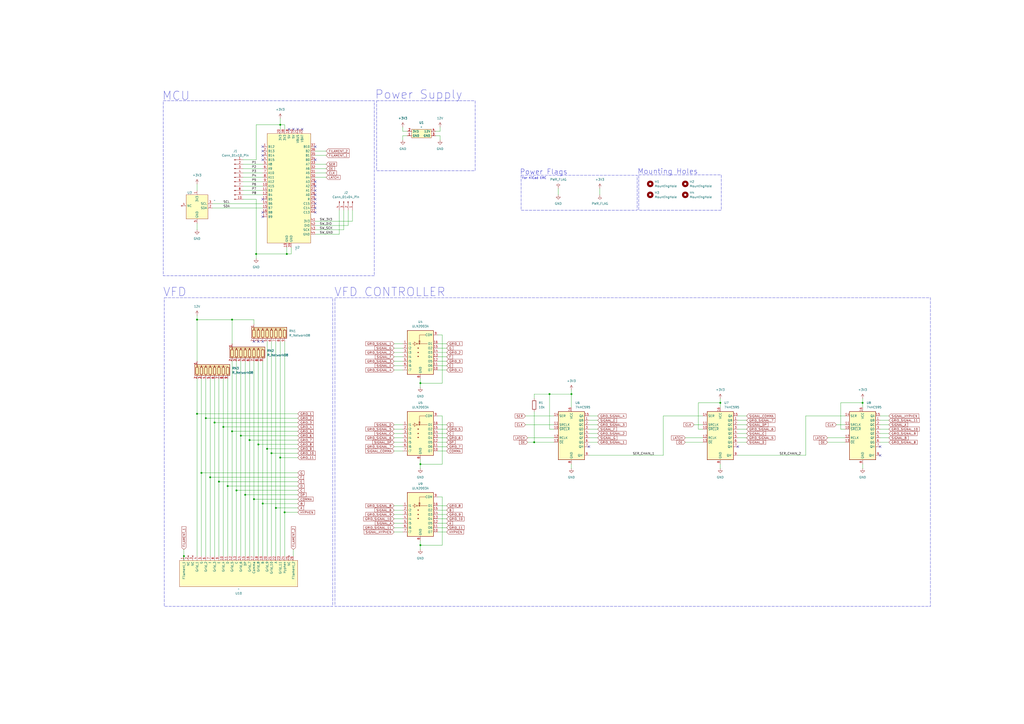
<source format=kicad_sch>
(kicad_sch (version 20231120) (generator "eeschema") (generator_version "8.0")
  (paper "A2")
  (title_block (title "Baldr Schematic") (date "2024-06-18") (rev "0.1.0"))
  (lib_symbols
    (symbol "74xx:74HC595"
      (property "Reference" "U" (at -7.62 13.97 0))
      (property "Value" "74HC595" (at -7.62 -16.51 0))
      (symbol "74HC595_1_0"
        (pin tri_state line (at 10.16 7.62 180) (length 2.54) (name "QB") (number "1"))
        (pin input line (at -10.16 2.54 0) (length 2.54) (name "~{SRCLR}") (number "10"))
        (pin input line (at -10.16 5.08 0) (length 2.54) (name "SRCLK") (number "11"))
        (pin input line (at -10.16 -2.54 0) (length 2.54) (name "RCLK") (number "12"))
        (pin input line (at -10.16 -5.08 0) (length 2.54) (name "~{OE}") (number "13"))
        (pin input line (at -10.16 10.16 0) (length 2.54) (name "SER") (number "14"))
        (pin tri_state line (at 10.16 10.16 180) (length 2.54) (name "QA") (number "15"))
        (pin power_in line (at 0 15.24 270) (length 2.54) (name "VCC") (number "16"))
        (pin tri_state line (at 10.16 5.08 180) (length 2.54) (name "QC") (number "2"))
        (pin tri_state line (at 10.16 2.54 180) (length 2.54) (name "QD") (number "3"))
        (pin tri_state line (at 10.16 0 180) (length 2.54) (name "QE") (number "4"))
        (pin tri_state line (at 10.16 -2.54 180) (length 2.54) (name "QF") (number "5"))
        (pin tri_state line (at 10.16 -5.08 180) (length 2.54) (name "QG") (number "6"))
        (pin tri_state line (at 10.16 -7.62 180) (length 2.54) (name "QH") (number "7"))
        (pin power_in line (at 0 -17.78 90) (length 2.54) (name "GND") (number "8"))
        (pin output line (at 10.16 -12.7 180) (length 2.54) (name "QH'") (number "9"))
      )
    )
    (symbol "Connector:Conn_01x04_Pin" (pin_names (offset 1.016) hide)
      (property "Reference" "J" (at 0 5.08 0))
      (property "Value" "Conn_01x04_Pin" (at 0 -7.62 0))
      (symbol "Conn_01x04_Pin_1_1"
        (pin passive line (at 5.08 2.54 180) (length 3.81) (name "Pin_1") (number "1"))
        (pin passive line (at 5.08 0 180) (length 3.81) (name "Pin_2") (number "2"))
        (pin passive line (at 5.08 -2.54 180) (length 3.81) (name "Pin_3") (number "3"))
        (pin passive line (at 5.08 -5.08 180) (length 3.81) (name "Pin_4") (number "4"))
      )
    )
    (symbol "Connector:Conn_01x10_Pin" (pin_names (offset 1.016) hide)
      (property "Reference" "J" (at 0 12.7 0))
      (property "Value" "Conn_01x10_Pin" (at 0 -15.24 0))
      (symbol "Conn_01x10_Pin_1_1"
        (pin passive line (at 5.08 10.16 180) (length 3.81) (name "Pin_1") (number "1"))
        (pin passive line (at 5.08 -12.7 180) (length 3.81) (name "Pin_10") (number "10"))
        (pin passive line (at 5.08 7.62 180) (length 3.81) (name "Pin_2") (number "2"))
        (pin passive line (at 5.08 5.08 180) (length 3.81) (name "Pin_3") (number "3"))
        (pin passive line (at 5.08 2.54 180) (length 3.81) (name "Pin_4") (number "4"))
        (pin passive line (at 5.08 0 180) (length 3.81) (name "Pin_5") (number "5"))
        (pin passive line (at 5.08 -2.54 180) (length 3.81) (name "Pin_6") (number "6"))
        (pin passive line (at 5.08 -5.08 180) (length 3.81) (name "Pin_7") (number "7"))
        (pin passive line (at 5.08 -7.62 180) (length 3.81) (name "Pin_8") (number "8"))
        (pin passive line (at 5.08 -10.16 180) (length 3.81) (name "Pin_9") (number "9"))
      )
    )
    (symbol "Custom:12V" (power) (pin_numbers hide) (pin_names (offset 0) hide)
      (property "Value" "12V" (at 0 3.556 0))
      (symbol "12V_1_1"
        (pin power_in line (at 0 0 90) (length 0) (name "~") (number "1"))
      )
    )
    (symbol "Custom:DC_step_up"
      (property "Reference" "U" (at 5.588 1.27 0))
      (symbol "DC_step_up_1_1"
        (pin passive line (at -2.54 -3.81 0) (length 2.54) (name "GND") (number "1"))
        (pin power_in line (at -2.54 -1.27 0) (length 2.54) (name "3V3") (number "2"))
        (pin passive line (at 13.97 -3.81 180) (length 2.54) (name "GND") (number "3"))
        (pin power_out line (at 13.97 -1.27 180) (length 2.54) (name "12V") (number "4"))
      )
    )
    (symbol "Custom:RTC"
      (property "Reference" "U" (at 1.016 1.27 0))
      (symbol "RTC_1_1"
        (pin power_in line (at 6.35 2.54 270) (length 2.54) (name "3V3") (number "1"))
        (pin bidirectional line (at 15.24 -7.62 180) (length 2.54) (name "SDA") (number "2"))
        (pin input line (at 15.24 -5.08 180) (length 2.54) (name "SCL") (number "3"))
        (pin no_connect line (at -2.54 -6.35 0) (length 2.54) (name "NC") (number "4"))
        (pin power_in line (at 6.35 -16.51 90) (length 2.54) (name "GND") (number "5"))
      )
    )
    (symbol "Custom:STM32F411_blackpill"
      (property "Reference" "U" (at -6.858 29.21 0))
      (symbol "STM32F411_blackpill_1_1"
        (pin bidirectional line (at -10.16 20.32 0) (length 2.54) (name "B12") (number "1"))
        (pin bidirectional line (at -10.16 -2.54 0) (length 2.54) (name "A15") (number "10"))
        (pin bidirectional line (at -10.16 -5.08 0) (length 2.54) (name "B3") (number "11"))
        (pin bidirectional line (at -10.16 -7.62 0) (length 2.54) (name "B4") (number "12"))
        (pin bidirectional line (at -10.16 -10.16 0) (length 2.54) (name "B5") (number "13"))
        (pin bidirectional line (at -10.16 -12.7 0) (length 2.54) (name "B6") (number "14"))
        (pin bidirectional line (at -10.16 -15.24 0) (length 2.54) (name "B7") (number "15"))
        (pin bidirectional line (at -10.16 -17.78 0) (length 2.54) (name "B8") (number "16"))
        (pin bidirectional line (at -10.16 -20.32 0) (length 2.54) (name "B9") (number "17"))
        (pin power_in line (at 5.08 30.48 270) (length 2.54) (name "5V") (number "18"))
        (pin power_in line (at 3.81 -38.1 90) (length 2.54) (name "GND") (number "19"))
        (pin bidirectional line (at -10.16 17.78 0) (length 2.54) (name "B13") (number "2"))
        (pin power_in line (at 0 30.48 270) (length 2.54) (name "3V3") (number "20"))
        (pin power_in line (at 12.7 30.48 270) (length 2.54) (name "VBAT") (number "20"))
        (pin power_in line (at 10.16 30.48 270) (length 2.54) (name "VBUS") (number "21"))
        (pin bidirectional line (at 20.32 -17.78 180) (length 2.54) (name "C13") (number "22"))
        (pin bidirectional line (at 20.32 -15.24 180) (length 2.54) (name "C14") (number "23"))
        (pin bidirectional line (at 20.32 -12.7 180) (length 2.54) (name "C15") (number "24"))
        (pin bidirectional line (at 20.32 -10.16 180) (length 2.54) (name "R") (number "25"))
        (pin bidirectional line (at 20.32 -7.62 180) (length 2.54) (name "A0") (number "26"))
        (pin bidirectional line (at 20.32 -5.08 180) (length 2.54) (name "A1") (number "27"))
        (pin bidirectional line (at 20.32 -2.54 180) (length 2.54) (name "A2") (number "28"))
        (pin bidirectional line (at 20.32 0 180) (length 2.54) (name "A3") (number "29"))
        (pin bidirectional line (at -10.16 15.24 0) (length 2.54) (name "B14") (number "3"))
        (pin bidirectional line (at 20.32 2.54 180) (length 2.54) (name "A4") (number "30"))
        (pin bidirectional line (at 20.32 5.08 180) (length 2.54) (name "A5") (number "31"))
        (pin bidirectional line (at 20.32 7.62 180) (length 2.54) (name "A6") (number "32"))
        (pin bidirectional line (at 20.32 10.16 180) (length 2.54) (name "A7") (number "33"))
        (pin bidirectional line (at 20.32 12.7 180) (length 2.54) (name "B0") (number "34"))
        (pin bidirectional line (at 20.32 15.24 180) (length 2.54) (name "B1") (number "35"))
        (pin bidirectional line (at 20.32 17.78 180) (length 2.54) (name "B2") (number "36"))
        (pin bidirectional line (at 20.32 20.32 180) (length 2.54) (name "B10") (number "37"))
        (pin power_in line (at 2.54 30.48 270) (length 2.54) (name "3V3") (number "38"))
        (pin power_in line (at 6.35 -38.1 90) (length 2.54) (name "GND") (number "39"))
        (pin bidirectional line (at -10.16 12.7 0) (length 2.54) (name "B15") (number "4"))
        (pin power_in line (at 7.62 30.48 270) (length 2.54) (name "5V") (number "40"))
        (pin power_in line (at 20.32 -22.86 180) (length 2.54) (name "3V3") (number "41"))
        (pin input line (at 20.32 -25.4 180) (length 2.54) (name "DIO") (number "42"))
        (pin input line (at 20.32 -27.94 180) (length 2.54) (name "SCK") (number "43"))
        (pin power_in line (at 20.32 -30.48 180) (length 2.54) (name "GND") (number "44"))
        (pin bidirectional line (at -10.16 10.16 0) (length 2.54) (name "A8") (number "5"))
        (pin bidirectional line (at -10.16 7.62 0) (length 2.54) (name "A9") (number "6"))
        (pin bidirectional line (at -10.16 5.08 0) (length 2.54) (name "A10") (number "7"))
        (pin bidirectional line (at -10.16 2.54 0) (length 2.54) (name "A11") (number "8"))
        (pin bidirectional line (at -10.16 0 0) (length 2.54) (name "A12") (number "9"))
      )
    )
    (symbol "Custom:ZD1880"
      (property "Reference" "U" (at -34.798 8.636 0))
      (symbol "ZD1880_1_1"
        (pin bidirectional line (at -33.02 -10.16 90) (length 2.54) (name "Filament_1") (number "1"))
        (pin passive line (at -10.16 -10.16 90) (length 2.54) (name "Grid_4") (number "10"))
        (pin passive line (at -7.62 -10.16 90) (length 2.54) (name "D") (number "11"))
        (pin passive line (at -5.08 -10.16 90) (length 2.54) (name "Grid_5") (number "12"))
        (pin passive line (at -2.54 -10.16 90) (length 2.54) (name "C") (number "13"))
        (pin passive line (at 0 -10.16 90) (length 2.54) (name "Grid_6") (number "14"))
        (pin passive line (at 2.54 -10.16 90) (length 2.54) (name "DP") (number "15"))
        (pin passive line (at 5.08 -10.16 90) (length 2.54) (name "Grid_7") (number "16"))
        (pin passive line (at 7.62 -10.16 90) (length 2.54) (name "Comma") (number "17"))
        (pin passive line (at 10.16 -10.16 90) (length 2.54) (name "Grid_8") (number "18"))
        (pin passive line (at 12.7 -10.16 90) (length 2.54) (name "B") (number "19"))
        (pin no_connect line (at -30.48 -10.16 90) (length 2.54) (name "NC") (number "2"))
        (pin passive line (at 15.24 -10.16 90) (length 2.54) (name "Grid_9") (number "20"))
        (pin passive line (at 17.78 -10.16 90) (length 2.54) (name "Grid_10") (number "21"))
        (pin passive line (at 20.32 -10.16 90) (length 2.54) (name "A") (number "22"))
        (pin passive line (at 22.86 -10.16 90) (length 2.54) (name "Grid_11") (number "23"))
        (pin passive line (at 25.4 -10.16 90) (length 2.54) (name "Hyphen") (number "24"))
        (pin no_connect line (at 27.94 -10.16 90) (length 2.54) (name "NC") (number "25"))
        (pin bidirectional line (at 30.48 -10.16 90) (length 2.54) (name "Filament_2") (number "26"))
        (pin no_connect line (at -27.94 -10.16 90) (length 2.54) (name "NC") (number "3"))
        (pin passive line (at -25.4 -10.16 90) (length 2.54) (name "Grid_1") (number "4"))
        (pin passive line (at -22.86 -10.16 90) (length 2.54) (name "G") (number "5"))
        (pin passive line (at -20.32 -10.16 90) (length 2.54) (name "Grid_2") (number "6"))
        (pin passive line (at -17.78 -10.16 90) (length 2.54) (name "F") (number "7"))
        (pin passive line (at -15.24 -10.16 90) (length 2.54) (name "Grid_3") (number "8"))
        (pin passive line (at -12.7 -10.16 90) (length 2.54) (name "E") (number "9"))
      )
    )
    (symbol "Device:R" (pin_numbers hide) (pin_names (offset 0))
      (property "Reference" "R" (at 2.032 0 90))
      (property "Value" "R" (at 0 0 90))
      (symbol "R_1_1"
        (pin passive line (at 0 3.81 270) (length 1.27) (name "~") (number "1"))
        (pin passive line (at 0 -3.81 90) (length 1.27) (name "~") (number "2"))
      )
    )
    (symbol "Device:R_Network08" (pin_names (offset 0) hide)
      (property "Reference" "RN" (at -12.7 0 90))
      (property "Value" "R_Network08" (at 10.16 0 90))
      (symbol "R_Network08_1_1"
        (pin passive line (at -10.16 5.08 270) (length 2.54) (name "common") (number "1"))
        (pin passive line (at -10.16 -5.08 90) (length 1.27) (name "R1") (number "2"))
        (pin passive line (at -7.62 -5.08 90) (length 1.27) (name "R2") (number "3"))
        (pin passive line (at -5.08 -5.08 90) (length 1.27) (name "R3") (number "4"))
        (pin passive line (at -2.54 -5.08 90) (length 1.27) (name "R4") (number "5"))
        (pin passive line (at 0 -5.08 90) (length 1.27) (name "R5") (number "6"))
        (pin passive line (at 2.54 -5.08 90) (length 1.27) (name "R6") (number "7"))
        (pin passive line (at 5.08 -5.08 90) (length 1.27) (name "R7") (number "8"))
        (pin passive line (at 7.62 -5.08 90) (length 1.27) (name "R8") (number "9"))
      )
    )
    (symbol "Mechanical:MountingHole" (pin_names (offset 1.016)) (exclude_from_sim yes) (in_bom no)
      (property "Reference" "H" (at 0 5.08 0))
      (property "Value" "MountingHole" (at 0 3.175 0))
    )
    (symbol "Transistor_Array:ULN2003A"
      (property "Reference" "U" (at 0 15.875 0))
      (property "Value" "ULN2003A" (at 0 13.97 0))
      (symbol "ULN2003A_1_1"
        (pin input line (at -10.16 5.08 0) (length 2.54) (name "I1") (number "1"))
        (pin open_collector line (at 10.16 -10.16 180) (length 2.54) (name "O7") (number "10"))
        (pin open_collector line (at 10.16 -7.62 180) (length 2.54) (name "O6") (number "11"))
        (pin open_collector line (at 10.16 -5.08 180) (length 2.54) (name "O5") (number "12"))
        (pin open_collector line (at 10.16 -2.54 180) (length 2.54) (name "O4") (number "13"))
        (pin open_collector line (at 10.16 0 180) (length 2.54) (name "O3") (number "14"))
        (pin open_collector line (at 10.16 2.54 180) (length 2.54) (name "O2") (number "15"))
        (pin open_collector line (at 10.16 5.08 180) (length 2.54) (name "O1") (number "16"))
        (pin input line (at -10.16 2.54 0) (length 2.54) (name "I2") (number "2"))
        (pin input line (at -10.16 0 0) (length 2.54) (name "I3") (number "3"))
        (pin input line (at -10.16 -2.54 0) (length 2.54) (name "I4") (number "4"))
        (pin input line (at -10.16 -5.08 0) (length 2.54) (name "I5") (number "5"))
        (pin input line (at -10.16 -7.62 0) (length 2.54) (name "I6") (number "6"))
        (pin input line (at -10.16 -10.16 0) (length 2.54) (name "I7") (number "7"))
        (pin power_in line (at 0 -15.24 90) (length 2.54) (name "GND") (number "8"))
        (pin passive line (at 10.16 10.16 180) (length 2.54) (name "COM") (number "9"))
      )
    )
    (symbol "power:+3V3" (power) (pin_numbers hide) (pin_names (offset 0) hide)
      (property "Value" "+3V3" (at 0 3.556 0))
      (symbol "+3V3_1_1"
        (pin power_in line (at 0 0 90) (length 0) (name "~") (number "1"))
      )
    )
    (symbol "power:GND" (power) (pin_numbers hide) (pin_names (offset 0) hide)
      (property "Value" "GND" (at 0 -3.81 0))
      (symbol "GND_1_1"
        (pin power_in line (at 0 0 270) (length 0) (name "~") (number "1"))
      )
    )
    (symbol "power:PWR_FLAG" (power) (pin_numbers hide) (pin_names (offset 0) hide)
      (property "Value" "PWR_FLAG" (at 0 3.81 0))
      (symbol "PWR_FLAG_0_0"
        (pin power_out line (at 0 0 90) (length 0) (name "~") (number "1"))
      )
    )
  )
  (junction (at 144.78 255.27))
  (junction (at 147.32 289.56))
  (junction (at 162.56 265.43))
  (junction (at 127 279.4))
  (junction (at 114.3 240.03))
  (junction (at 243.84 269.24))
  (junction (at 500.38 233.68))
  (junction (at 139.7 252.73))
  (junction (at 134.62 185.42))
  (junction (at 309.88 256.54))
  (junction (at 162.56 72.39))
  (junction (at 154.94 260.35))
  (junction (at 137.16 284.48))
  (junction (at 134.62 250.19))
  (junction (at 148.59 147.32))
  (junction (at 152.4 292.1))
  (junction (at 116.84 274.32))
  (junction (at 106.68 322.58))
  (junction (at 331.47 228.6))
  (junction (at 243.84 316.23))
  (junction (at 243.84 222.25))
  (junction (at 119.38 242.57))
  (junction (at 121.92 276.86))
  (junction (at 149.86 257.81))
  (junction (at 318.77 228.6))
  (junction (at 142.24 287.02))
  (junction (at 157.48 262.89))
  (junction (at 132.08 281.94))
  (junction (at 417.83 233.68))
  (junction (at 166.37 147.32))
  (junction (at 114.3 185.42))
  (junction (at 129.54 247.65))
  (junction (at 160.02 294.64))
  (junction (at 165.1 297.18))
  (junction (at 124.46 245.11))
  (no_connect (at 152.4 115.57))
  (no_connect (at 152.4 90.17))
  (no_connect (at 152.4 198.12))
  (no_connect (at 172.72 74.93))
  (no_connect (at 182.88 110.49))
  (no_connect (at 182.88 105.41))
  (no_connect (at 427.99 259.08))
  (no_connect (at 182.88 120.65))
  (no_connect (at 182.88 92.71))
  (no_connect (at 182.88 107.95))
  (no_connect (at 170.18 74.93))
  (no_connect (at 182.88 118.11))
  (no_connect (at 167.64 74.93))
  (no_connect (at 147.32 198.12))
  (no_connect (at 152.4 123.19))
  (no_connect (at 152.4 85.09))
  (no_connect (at 182.88 123.19))
  (no_connect (at 341.63 259.08))
  (no_connect (at 510.54 264.16))
  (no_connect (at 182.88 85.09))
  (no_connect (at 510.54 259.08))
  (no_connect (at 182.88 113.03))
  (no_connect (at 152.4 125.73))
  (no_connect (at 175.26 74.93))
  (no_connect (at 152.4 87.63))
  (no_connect (at 182.88 115.57))
  (no_connect (at 152.4 92.71))
  (no_connect (at 149.86 198.12))
  (wire (pts (xy 341.63 248.92) (xy 346.71 248.92)))
  (wire (pts (xy 140.97 113.03) (xy 152.4 113.03)))
  (wire (pts (xy 490.22 248.92) (xy 487.68 248.92)))
  (wire (pts (xy 162.56 265.43) (xy 162.56 322.58)))
  (wire (pts (xy 259.08 207.01) (xy 254 207.01)))
  (wire (pts (xy 114.3 129.54) (xy 114.3 133.35)))
  (wire (pts (xy 132.08 281.94) (xy 132.08 322.58)))
  (wire (pts (xy 147.32 209.55) (xy 147.32 289.56)))
  (wire (pts (xy 347.98 109.22) (xy 347.98 113.03)))
  (wire (pts (xy 427.99 248.92) (xy 433.07 248.92)))
  (wire (pts (xy 172.72 240.03) (xy 114.3 240.03)))
  (wire (pts (xy 116.84 219.71) (xy 116.84 274.32)))
  (wire (pts (xy 427.99 256.54) (xy 433.07 256.54)))
  (wire (pts (xy 427.99 241.3) (xy 433.07 241.3)))
  (wire (pts (xy 259.08 199.39) (xy 254 199.39)))
  (wire (pts (xy 321.31 248.92) (xy 318.77 248.92)))
  (wire (pts (xy 137.16 284.48) (xy 137.16 322.58)))
  (wire (pts (xy 407.67 248.92) (xy 405.13 248.92)))
  (wire (pts (xy 259.08 261.62) (xy 254 261.62)))
  (wire (pts (xy 121.92 276.86) (xy 121.92 322.58)))
  (wire (pts (xy 189.23 87.63) (xy 182.88 87.63)))
  (wire (pts (xy 134.62 185.42) (xy 114.3 185.42)))
  (wire (pts (xy 140.97 100.33) (xy 152.4 100.33)))
  (wire (pts (xy 114.3 219.71) (xy 114.3 240.03)))
  (wire (pts (xy 259.08 303.53) (xy 254 303.53)))
  (wire (pts (xy 243.84 316.23) (xy 243.84 313.69)))
  (wire (pts (xy 417.83 231.14) (xy 417.83 233.68)))
  (wire (pts (xy 233.68 204.47) (xy 228.6 204.47)))
  (wire (pts (xy 204.47 128.27) (xy 204.47 121.92)))
  (wire (pts (xy 134.62 185.42) (xy 134.62 199.39)))
  (wire (pts (xy 318.77 228.6) (xy 331.47 228.6)))
  (wire (pts (xy 243.84 222.25) (xy 243.84 219.71)))
  (wire (pts (xy 255.27 78.74) (xy 252.73 78.74)))
  (wire (pts (xy 114.3 185.42) (xy 114.3 209.55)))
  (wire (pts (xy 233.68 207.01) (xy 228.6 207.01)))
  (wire (pts (xy 259.08 298.45) (xy 254 298.45)))
  (wire (pts (xy 256.54 241.3) (xy 256.54 269.24)))
  (wire (pts (xy 199.39 133.35) (xy 199.39 121.92)))
  (wire (pts (xy 259.08 254) (xy 254 254)))
  (wire (pts (xy 259.08 293.37) (xy 254 293.37)))
  (wire (pts (xy 129.54 247.65) (xy 129.54 322.58)))
  (wire (pts (xy 487.68 248.92) (xy 487.68 233.68)))
  (wire (pts (xy 243.84 222.25) (xy 243.84 224.79)))
  (wire (pts (xy 510.54 243.84) (xy 515.62 243.84)))
  (wire (pts (xy 233.68 76.2) (xy 236.22 76.2)))
  (wire (pts (xy 140.97 97.79) (xy 152.4 97.79)))
  (wire (pts (xy 255.27 81.28) (xy 255.27 78.74)))
  (wire (pts (xy 116.84 274.32) (xy 116.84 322.58)))
  (wire (pts (xy 405.13 248.92) (xy 405.13 233.68)))
  (wire (pts (xy 259.08 248.92) (xy 254 248.92)))
  (wire (pts (xy 331.47 269.24) (xy 331.47 271.78)))
  (wire (pts (xy 331.47 228.6) (xy 331.47 236.22)))
  (wire (pts (xy 148.59 149.86) (xy 148.59 147.32)))
  (wire (pts (xy 106.68 318.77) (xy 106.68 322.58)))
  (wire (pts (xy 165.1 198.12) (xy 165.1 297.18)))
  (wire (pts (xy 480.06 256.54) (xy 490.22 256.54)))
  (wire (pts (xy 157.48 262.89) (xy 157.48 322.58)))
  (wire (pts (xy 417.83 233.68) (xy 417.83 236.22)))
  (wire (pts (xy 341.63 246.38) (xy 346.71 246.38)))
  (wire (pts (xy 166.37 143.51) (xy 166.37 147.32)))
  (wire (pts (xy 341.63 256.54) (xy 346.71 256.54)))
  (wire (pts (xy 309.88 256.54) (xy 321.31 256.54)))
  (wire (pts (xy 254 288.29) (xy 256.54 288.29)))
  (wire (pts (xy 162.56 72.39) (xy 162.56 74.93)))
  (wire (pts (xy 252.73 76.2) (xy 255.27 76.2)))
  (wire (pts (xy 121.92 219.71) (xy 121.92 276.86)))
  (wire (pts (xy 233.68 251.46) (xy 228.6 251.46)))
  (wire (pts (xy 160.02 294.64) (xy 160.02 322.58)))
  (wire (pts (xy 259.08 256.54) (xy 254 256.54)))
  (wire (pts (xy 259.08 300.99) (xy 254 300.99)))
  (wire (pts (xy 189.23 90.17) (xy 182.88 90.17)))
  (wire (pts (xy 172.72 245.11) (xy 124.46 245.11)))
  (wire (pts (xy 510.54 256.54) (xy 515.62 256.54)))
  (wire (pts (xy 243.84 316.23) (xy 243.84 318.77)))
  (wire (pts (xy 510.54 248.92) (xy 515.62 248.92)))
  (wire (pts (xy 341.63 241.3) (xy 346.71 241.3)))
  (wire (pts (xy 259.08 251.46) (xy 254 251.46)))
  (wire (pts (xy 306.07 256.54) (xy 309.88 256.54)))
  (wire (pts (xy 119.38 242.57) (xy 119.38 322.58)))
  (wire (pts (xy 255.27 76.2) (xy 255.27 73.66)))
  (wire (pts (xy 233.68 295.91) (xy 228.6 295.91)))
  (wire (pts (xy 233.68 209.55) (xy 228.6 209.55)))
  (wire (pts (xy 427.99 251.46) (xy 433.07 251.46)))
  (wire (pts (xy 172.72 257.81) (xy 149.86 257.81)))
  (wire (pts (xy 147.32 187.96) (xy 147.32 185.42)))
  (wire (pts (xy 427.99 254) (xy 433.07 254)))
  (wire (pts (xy 233.68 214.63) (xy 228.6 214.63)))
  (wire (pts (xy 306.07 254) (xy 321.31 254)))
  (wire (pts (xy 137.16 209.55) (xy 137.16 284.48)))
  (wire (pts (xy 129.54 219.71) (xy 129.54 247.65)))
  (wire (pts (xy 323.85 109.22) (xy 323.85 113.03)))
  (wire (pts (xy 157.48 262.89) (xy 172.72 262.89)))
  (wire (pts (xy 233.68 73.66) (xy 233.68 76.2)))
  (wire (pts (xy 318.77 228.6) (xy 318.77 248.92)))
  (wire (pts (xy 114.3 182.88) (xy 114.3 185.42)))
  (wire (pts (xy 166.37 147.32) (xy 168.91 147.32)))
  (wire (pts (xy 144.78 209.55) (xy 144.78 255.27)))
  (wire (pts (xy 256.54 194.31) (xy 256.54 222.25)))
  (wire (pts (xy 259.08 246.38) (xy 254 246.38)))
  (wire (pts (xy 114.3 106.68) (xy 114.3 110.49)))
  (wire (pts (xy 142.24 209.55) (xy 142.24 287.02)))
  (wire (pts (xy 114.3 240.03) (xy 114.3 322.58)))
  (wire (pts (xy 162.56 265.43) (xy 172.72 265.43)))
  (wire (pts (xy 259.08 214.63) (xy 254 214.63)))
  (wire (pts (xy 500.38 231.14) (xy 500.38 233.68)))
  (wire (pts (xy 160.02 294.64) (xy 172.72 294.64)))
  (wire (pts (xy 500.38 233.68) (xy 500.38 236.22)))
  (wire (pts (xy 172.72 274.32) (xy 116.84 274.32)))
  (wire (pts (xy 480.06 254) (xy 490.22 254)))
  (wire (pts (xy 236.22 78.74) (xy 233.68 78.74)))
  (wire (pts (xy 309.88 231.14) (xy 309.88 228.6)))
  (wire (pts (xy 124.46 245.11) (xy 124.46 322.58)))
  (wire (pts (xy 233.68 308.61) (xy 228.6 308.61)))
  (wire (pts (xy 233.68 201.93) (xy 228.6 201.93)))
  (wire (pts (xy 147.32 185.42) (xy 134.62 185.42)))
  (wire (pts (xy 140.97 115.57) (xy 148.59 115.57)))
  (wire (pts (xy 402.59 246.38) (xy 407.67 246.38)))
  (wire (pts (xy 259.08 306.07) (xy 254 306.07)))
  (wire (pts (xy 341.63 243.84) (xy 346.71 243.84)))
  (wire (pts (xy 152.4 209.55) (xy 152.4 292.1)))
  (wire (pts (xy 417.83 269.24) (xy 417.83 271.78)))
  (wire (pts (xy 140.97 110.49) (xy 152.4 110.49)))
  (wire (pts (xy 341.63 251.46) (xy 346.71 251.46)))
  (wire (pts (xy 500.38 269.24) (xy 500.38 271.78)))
  (wire (pts (xy 196.85 135.89) (xy 196.85 121.92)))
  (wire (pts (xy 134.62 250.19) (xy 134.62 322.58)))
  (wire (pts (xy 182.88 97.79) (xy 189.23 97.79)))
  (wire (pts (xy 259.08 209.55) (xy 254 209.55)))
  (wire (pts (xy 140.97 107.95) (xy 152.4 107.95)))
  (wire (pts (xy 341.63 264.16) (xy 384.81 264.16)))
  (wire (pts (xy 304.8 246.38) (xy 321.31 246.38)))
  (wire (pts (xy 172.72 255.27) (xy 144.78 255.27)))
  (wire (pts (xy 152.4 292.1) (xy 172.72 292.1)))
  (wire (pts (xy 259.08 204.47) (xy 254 204.47)))
  (wire (pts (xy 106.68 325.12) (xy 106.68 322.58)))
  (wire (pts (xy 119.38 242.57) (xy 172.72 242.57)))
  (wire (pts (xy 129.54 247.65) (xy 172.72 247.65)))
  (wire (pts (xy 160.02 198.12) (xy 160.02 294.64)))
  (wire (pts (xy 182.88 102.87) (xy 189.23 102.87)))
  (wire (pts (xy 304.8 241.3) (xy 321.31 241.3)))
  (wire (pts (xy 154.94 260.35) (xy 154.94 322.58)))
  (wire (pts (xy 182.88 100.33) (xy 189.23 100.33)))
  (wire (pts (xy 427.99 243.84) (xy 433.07 243.84)))
  (wire (pts (xy 233.68 298.45) (xy 228.6 298.45)))
  (wire (pts (xy 309.88 228.6) (xy 318.77 228.6)))
  (wire (pts (xy 256.54 222.25) (xy 243.84 222.25)))
  (wire (pts (xy 233.68 246.38) (xy 228.6 246.38)))
  (wire (pts (xy 397.51 254) (xy 407.67 254)))
  (wire (pts (xy 149.86 257.81) (xy 149.86 322.58)))
  (wire (pts (xy 165.1 72.39) (xy 162.56 72.39)))
  (wire (pts (xy 148.59 147.32) (xy 166.37 147.32)))
  (wire (pts (xy 157.48 198.12) (xy 157.48 262.89)))
  (wire (pts (xy 140.97 102.87) (xy 152.4 102.87)))
  (wire (pts (xy 119.38 219.71) (xy 119.38 242.57)))
  (wire (pts (xy 487.68 233.68) (xy 500.38 233.68)))
  (wire (pts (xy 233.68 212.09) (xy 228.6 212.09)))
  (wire (pts (xy 201.93 130.81) (xy 201.93 121.92)))
  (wire (pts (xy 142.24 287.02) (xy 142.24 322.58)))
  (wire (pts (xy 510.54 246.38) (xy 515.62 246.38)))
  (wire (pts (xy 309.88 238.76) (xy 309.88 256.54)))
  (wire (pts (xy 147.32 289.56) (xy 147.32 322.58)))
  (wire (pts (xy 134.62 209.55) (xy 134.62 250.19)))
  (wire (pts (xy 256.54 269.24) (xy 243.84 269.24)))
  (wire (pts (xy 149.86 209.55) (xy 149.86 257.81)))
  (wire (pts (xy 124.46 219.71) (xy 124.46 245.11)))
  (wire (pts (xy 233.68 78.74) (xy 233.68 81.28)))
  (wire (pts (xy 144.78 255.27) (xy 144.78 322.58)))
  (wire (pts (xy 254 241.3) (xy 256.54 241.3)))
  (wire (pts (xy 172.72 276.86) (xy 121.92 276.86)))
  (wire (pts (xy 172.72 252.73) (xy 139.7 252.73)))
  (wire (pts (xy 467.36 264.16) (xy 467.36 241.3)))
  (wire (pts (xy 233.68 300.99) (xy 228.6 300.99)))
  (wire (pts (xy 259.08 308.61) (xy 254 308.61)))
  (wire (pts (xy 243.84 269.24) (xy 243.84 266.7)))
  (wire (pts (xy 384.81 241.3) (xy 407.67 241.3)))
  (wire (pts (xy 148.59 115.57) (xy 148.59 147.32)))
  (wire (pts (xy 341.63 254) (xy 346.71 254)))
  (wire (pts (xy 123.19 118.11) (xy 152.4 118.11)))
  (wire (pts (xy 233.68 254) (xy 228.6 254)))
  (wire (pts (xy 510.54 241.3) (xy 515.62 241.3)))
  (wire (pts (xy 467.36 241.3) (xy 490.22 241.3)))
  (wire (pts (xy 182.88 128.27) (xy 204.47 128.27)))
  (wire (pts (xy 233.68 199.39) (xy 228.6 199.39)))
  (wire (pts (xy 259.08 259.08) (xy 254 259.08)))
  (wire (pts (xy 233.68 306.07) (xy 228.6 306.07)))
  (wire (pts (xy 154.94 260.35) (xy 172.72 260.35)))
  (wire (pts (xy 162.56 68.58) (xy 162.56 72.39)))
  (wire (pts (xy 233.68 261.62) (xy 228.6 261.62)))
  (wire (pts (xy 427.99 264.16) (xy 467.36 264.16)))
  (wire (pts (xy 170.18 322.58) (xy 170.18 318.77)))
  (wire (pts (xy 154.94 198.12) (xy 154.94 260.35)))
  (wire (pts (xy 510.54 251.46) (xy 515.62 251.46)))
  (wire (pts (xy 259.08 201.93) (xy 254 201.93)))
  (wire (pts (xy 405.13 233.68) (xy 417.83 233.68)))
  (wire (pts (xy 243.84 269.24) (xy 243.84 271.78)))
  (wire (pts (xy 123.19 120.65) (xy 152.4 120.65)))
  (wire (pts (xy 152.4 292.1) (xy 152.4 322.58)))
  (wire (pts (xy 331.47 226.06) (xy 331.47 228.6)))
  (wire (pts (xy 182.88 95.25) (xy 189.23 95.25)))
  (wire (pts (xy 165.1 297.18) (xy 172.72 297.18)))
  (wire (pts (xy 168.91 143.51) (xy 168.91 147.32)))
  (wire (pts (xy 256.54 288.29) (xy 256.54 316.23)))
  (wire (pts (xy 397.51 256.54) (xy 407.67 256.54)))
  (wire (pts (xy 132.08 281.94) (xy 172.72 281.94)))
  (wire (pts (xy 485.14 246.38) (xy 490.22 246.38)))
  (wire (pts (xy 172.72 289.56) (xy 147.32 289.56)))
  (wire (pts (xy 233.68 259.08) (xy 228.6 259.08)))
  (wire (pts (xy 182.88 135.89) (xy 196.85 135.89)))
  (wire (pts (xy 259.08 212.09) (xy 254 212.09)))
  (wire (pts (xy 140.97 95.25) (xy 152.4 95.25)))
  (wire (pts (xy 256.54 316.23) (xy 243.84 316.23)))
  (wire (pts (xy 384.81 264.16) (xy 384.81 241.3)))
  (wire (pts (xy 165.1 74.93) (xy 165.1 72.39)))
  (wire (pts (xy 148.59 92.71) (xy 148.59 72.39)))
  (wire (pts (xy 254 194.31) (xy 256.54 194.31)))
  (wire (pts (xy 182.88 130.81) (xy 201.93 130.81)))
  (wire (pts (xy 233.68 303.53) (xy 228.6 303.53)))
  (wire (pts (xy 259.08 295.91) (xy 254 295.91)))
  (wire (pts (xy 139.7 252.73) (xy 139.7 322.58)))
  (wire (pts (xy 182.88 133.35) (xy 199.39 133.35)))
  (wire (pts (xy 233.68 293.37) (xy 228.6 293.37)))
  (wire (pts (xy 140.97 105.41) (xy 152.4 105.41)))
  (wire (pts (xy 140.97 92.71) (xy 148.59 92.71)))
  (wire (pts (xy 139.7 209.55) (xy 139.7 252.73)))
  (wire (pts (xy 127 219.71) (xy 127 279.4)))
  (wire (pts (xy 142.24 287.02) (xy 172.72 287.02)))
  (wire (pts (xy 137.16 284.48) (xy 172.72 284.48)))
  (wire (pts (xy 233.68 248.92) (xy 228.6 248.92)))
  (wire (pts (xy 510.54 254) (xy 515.62 254)))
  (wire (pts (xy 132.08 219.71) (xy 132.08 281.94)))
  (wire (pts (xy 162.56 198.12) (xy 162.56 265.43)))
  (wire (pts (xy 427.99 246.38) (xy 433.07 246.38)))
  (wire (pts (xy 233.68 256.54) (xy 228.6 256.54)))
  (wire (pts (xy 172.72 250.19) (xy 134.62 250.19)))
  (wire (pts (xy 172.72 279.4) (xy 127 279.4)))
  (wire (pts (xy 127 279.4) (xy 127 322.58)))
  (wire (pts (xy 148.59 72.39) (xy 162.56 72.39)))
  (wire (pts (xy 165.1 297.18) (xy 165.1 322.58)))
  (rectangle (start 370.459 101.473) (end 418.465 121.92) (stroke (width 0) (type dash)))
  (rectangle (start 194.31 172.72) (end 539.75 351.79) (stroke (width 0) (type dash)))
  (rectangle (start 302.26 101.6) (end 369.57 121.92) (stroke (width 0) (type dash)))
  (rectangle (start 218.44 58.42) (end 275.59 99.06) (stroke (width 0) (type dash)))
  (rectangle (start 94.742 58.42) (end 217.17 160.02) (stroke (width 0) (type dash)))
  (rectangle (start 95.25 172.72) (end 193.04 351.79) (stroke (width 0) (type dash)))
  (text "For KiCad ERC" (at 309.88 103.378 0) (effects (font (size 1.27 1.27))))
  (text "VFD CONTROLLER" (at 193.802 172.466 0) (effects (font (size 5 5)) (justify left bottom)))
  (text "Mounting Holes" (at 369.824 101.346 0) (effects (font (size 3 3)) (justify left bottom)))
  (text "Power Flags" (at 301.498 101.6 0) (effects (font (size 3 3)) (justify left bottom)))
  (text "VFD" (at 94.488 172.466 0) (effects (font (size 5 5)) (justify left bottom)))
  (text "MCU" (at 93.98 58.674 0) (effects (font (size 5 5)) (justify left bottom)))
  (text "Power Supply" (at 217.424 57.912 0) (effects (font (size 5 5)) (justify left bottom)))
  (label "P3" (at 146.05 100.33 0))
  (label "SW_SCK" (at 185.42 133.35 0))
  (label "SDA" (at 129.54 120.65 0))
  (label "P7" (at 146.05 110.49 0))
  (label "SW_DIO" (at 185.42 130.81 0))
  (label "P5" (at 146.05 105.41 0))
  (label "SW_3V3" (at 185.42 128.27 0))
  (label "SCL" (at 129.54 118.11 0))
  (label "P8" (at 146.05 113.03 0))
  (label "P1" (at 146.05 95.25 0))
  (label "SW_GND" (at 185.42 135.89 0))
  (label "P2" (at 146.05 97.79 0))
  (label "SER_CHAIN_1" (at 367.03 264.16 0))
  (label "SER_CHAIN_2" (at 452.12 264.16 0))
  (label "P4" (at 146.05 102.87 0))
  (label "P6" (at 146.05 107.95 0))
  (global_label "SIGNAL_COMMA" (shape input) (at 228.6 261.62 180) (property "Intersheetrefs" "${INTERSHEET_REFS}" (effects (hide yes))))
  (global_label "GRID_9" (shape input) (at 172.72 260.35 0) (property "Intersheetrefs" "${INTERSHEET_REFS}" (effects (hide yes))))
  (global_label "GRID_SIGNAL_9" (shape input) (at 228.6 298.45 180) (property "Intersheetrefs" "${INTERSHEET_REFS}" (effects (hide yes))))
  (global_label "G" (shape input) (at 172.72 274.32 0) (property "Intersheetrefs" "${INTERSHEET_REFS}" (effects (hide yes))))
  (global_label "SIGNAL_A" (shape input) (at 515.62 246.38 0) (property "Intersheetrefs" "${INTERSHEET_REFS}" (effects (hide yes))))
  (global_label "D" (shape input) (at 259.08 246.38 0) (property "Intersheetrefs" "${INTERSHEET_REFS}" (effects (hide yes))))
  (global_label "E" (shape input) (at 172.72 279.4 0) (property "Intersheetrefs" "${INTERSHEET_REFS}" (effects (hide yes))))
  (global_label "C" (shape input) (at 259.08 251.46 0) (property "Intersheetrefs" "${INTERSHEET_REFS}" (effects (hide yes))))
  (global_label "SIGNAL_B" (shape input) (at 228.6 295.91 180) (property "Intersheetrefs" "${INTERSHEET_REFS}" (effects (hide yes))))
  (global_label "GRID_6" (shape input) (at 172.72 252.73 0) (property "Intersheetrefs" "${INTERSHEET_REFS}" (effects (hide yes))))
  (global_label "LATCH" (shape input) (at 480.06 254 180) (property "Intersheetrefs" "${INTERSHEET_REFS}" (effects (hide yes))))
  (global_label "LATCH" (shape input) (at 306.07 254 180) (property "Intersheetrefs" "${INTERSHEET_REFS}" (effects (hide yes))))
  (global_label "GRID_SIGNAL_5" (shape input) (at 228.6 248.92 180) (property "Intersheetrefs" "${INTERSHEET_REFS}" (effects (hide yes))))
  (global_label "SIGNAL_HYPHEN" (shape input) (at 515.62 241.3 0) (property "Intersheetrefs" "${INTERSHEET_REFS}" (effects (hide yes))))
  (global_label "GRID_3" (shape input) (at 259.08 209.55 0) (property "Intersheetrefs" "${INTERSHEET_REFS}" (effects (hide yes))))
  (global_label "GRID_SIGNAL_10" (shape input) (at 228.6 300.99 180) (property "Intersheetrefs" "${INTERSHEET_REFS}" (effects (hide yes))))
  (global_label "SIGNAL_E" (shape input) (at 346.71 243.84 0) (property "Intersheetrefs" "${INTERSHEET_REFS}" (effects (hide yes))))
  (global_label "GRID_SIGNAL_7" (shape input) (at 228.6 259.08 180) (property "Intersheetrefs" "${INTERSHEET_REFS}" (effects (hide yes))))
  (global_label "SIGNAL_DP" (shape input) (at 433.07 246.38 0) (property "Intersheetrefs" "${INTERSHEET_REFS}" (effects (hide yes))))
  (global_label "GRID_1" (shape input) (at 259.08 199.39 0) (property "Intersheetrefs" "${INTERSHEET_REFS}" (effects (hide yes))))
  (global_label "LATCH" (shape input) (at 397.51 254 180) (property "Intersheetrefs" "${INTERSHEET_REFS}" (effects (hide yes))))
  (global_label "GRID_SIGNAL_11" (shape input) (at 228.6 306.07 180) (property "Intersheetrefs" "${INTERSHEET_REFS}" (effects (hide yes))))
  (global_label "SIGNAL_C" (shape input) (at 228.6 251.46 180) (property "Intersheetrefs" "${INTERSHEET_REFS}" (effects (hide yes))))
  (global_label "SIGNAL_F" (shape input) (at 228.6 207.01 180) (property "Intersheetrefs" "${INTERSHEET_REFS}" (effects (hide yes))))
  (global_label "GRID_8" (shape input) (at 172.72 257.81 0) (property "Intersheetrefs" "${INTERSHEET_REFS}" (effects (hide yes))))
  (global_label "COMMA" (shape input) (at 172.72 289.56 0) (property "Intersheetrefs" "${INTERSHEET_REFS}" (effects (hide yes))))
  (global_label "SIGNAL_F" (shape input) (at 346.71 248.92 0) (property "Intersheetrefs" "${INTERSHEET_REFS}" (effects (hide yes))))
  (global_label "GRID_8" (shape input) (at 259.08 293.37 0) (property "Intersheetrefs" "${INTERSHEET_REFS}" (effects (hide yes))))
  (global_label "GRID_10" (shape input) (at 259.08 300.99 0) (property "Intersheetrefs" "${INTERSHEET_REFS}" (effects (hide yes))))
  (global_label "LATCH" (shape input) (at 189.23 102.87 0) (property "Intersheetrefs" "${INTERSHEET_REFS}" (effects (hide yes))))
  (global_label "OE" (shape input) (at 306.07 256.54 180) (property "Intersheetrefs" "${INTERSHEET_REFS}" (effects (hide yes))))
  (global_label "F" (shape input) (at 172.72 276.86 0) (property "Intersheetrefs" "${INTERSHEET_REFS}" (effects (hide yes))))
  (global_label "GRID_SIGNAL_6" (shape input) (at 228.6 254 180) (property "Intersheetrefs" "${INTERSHEET_REFS}" (effects (hide yes))))
  (global_label "A" (shape input) (at 259.08 303.53 0) (property "Intersheetrefs" "${INTERSHEET_REFS}" (effects (hide yes))))
  (global_label "SIGNAL_DP" (shape input) (at 228.6 256.54 180) (property "Intersheetrefs" "${INTERSHEET_REFS}" (effects (hide yes))))
  (global_label "GRID_SIGNAL_1" (shape input) (at 346.71 256.54 0) (property "Intersheetrefs" "${INTERSHEET_REFS}" (effects (hide yes))))
  (global_label "GRID_SIGNAL_8" (shape input) (at 515.62 256.54 0) (property "Intersheetrefs" "${INTERSHEET_REFS}" (effects (hide yes))))
  (global_label "GRID_11" (shape input) (at 259.08 306.07 0) (property "Intersheetrefs" "${INTERSHEET_REFS}" (effects (hide yes))))
  (global_label "SER" (shape input) (at 304.8 241.3 180) (property "Intersheetrefs" "${INTERSHEET_REFS}" (effects (hide yes))))
  (global_label "GRID_4" (shape input) (at 172.72 247.65 0) (property "Intersheetrefs" "${INTERSHEET_REFS}" (effects (hide yes))))
  (global_label "GRID_SIGNAL_4" (shape input) (at 228.6 214.63 180) (property "Intersheetrefs" "${INTERSHEET_REFS}" (effects (hide yes))))
  (global_label "FILAMENT_1" (shape input) (at 106.68 318.77 90) (property "Intersheetrefs" "${INTERSHEET_REFS}" (effects (hide yes))))
  (global_label "SIGNAL_E" (shape input) (at 228.6 212.09 180) (property "Intersheetrefs" "${INTERSHEET_REFS}" (effects (hide yes))))
  (global_label "SIGNAL_G" (shape input) (at 346.71 254 0) (property "Intersheetrefs" "${INTERSHEET_REFS}" (effects (hide yes))))
  (global_label "GRID_6" (shape input) (at 259.08 254 0) (property "Intersheetrefs" "${INTERSHEET_REFS}" (effects (hide yes))))
  (global_label "CLK" (shape input) (at 402.59 246.38 180) (property "Intersheetrefs" "${INTERSHEET_REFS}" (effects (hide yes))))
  (global_label "CLK" (shape input) (at 304.8 246.38 180) (property "Intersheetrefs" "${INTERSHEET_REFS}" (effects (hide yes))))
  (global_label "GRID_SIGNAL_2" (shape input) (at 228.6 204.47 180) (property "Intersheetrefs" "${INTERSHEET_REFS}" (effects (hide yes))))
  (global_label "CLK" (shape input) (at 189.23 100.33 0) (property "Intersheetrefs" "${INTERSHEET_REFS}" (effects (hide yes))))
  (global_label "DP" (shape input) (at 172.72 287.02 0) (property "Intersheetrefs" "${INTERSHEET_REFS}" (effects (hide yes))))
  (global_label "DP" (shape input) (at 259.08 256.54 0) (property "Intersheetrefs" "${INTERSHEET_REFS}" (effects (hide yes))))
  (global_label "HYPHEN" (shape input) (at 259.08 308.61 0) (property "Intersheetrefs" "${INTERSHEET_REFS}" (effects (hide yes))))
  (global_label "GRID_SIGNAL_1" (shape input) (at 228.6 199.39 180) (property "Intersheetrefs" "${INTERSHEET_REFS}" (effects (hide yes))))
  (global_label "SER" (shape input) (at 189.23 95.25 0) (property "Intersheetrefs" "${INTERSHEET_REFS}" (effects (hide yes))))
  (global_label "GRID_5" (shape input) (at 172.72 250.19 0) (property "Intersheetrefs" "${INTERSHEET_REFS}" (effects (hide yes))))
  (global_label "SIGNAL_D" (shape input) (at 228.6 246.38 180) (property "Intersheetrefs" "${INTERSHEET_REFS}" (effects (hide yes))))
  (global_label "GRID_10" (shape input) (at 172.72 262.89 0) (property "Intersheetrefs" "${INTERSHEET_REFS}" (effects (hide yes))))
  (global_label "OE" (shape input) (at 397.51 256.54 180) (property "Intersheetrefs" "${INTERSHEET_REFS}" (effects (hide yes))))
  (global_label "GRID_2" (shape input) (at 172.72 242.57 0) (property "Intersheetrefs" "${INTERSHEET_REFS}" (effects (hide yes))))
  (global_label "GRID_9" (shape input) (at 259.08 298.45 0) (property "Intersheetrefs" "${INTERSHEET_REFS}" (effects (hide yes))))
  (global_label "GRID_SIGNAL_3" (shape input) (at 228.6 209.55 180) (property "Intersheetrefs" "${INTERSHEET_REFS}" (effects (hide yes))))
  (global_label "GRID_SIGNAL_7" (shape input) (at 433.07 243.84 0) (property "Intersheetrefs" "${INTERSHEET_REFS}" (effects (hide yes))))
  (global_label "OE" (shape input) (at 480.06 256.54 180) (property "Intersheetrefs" "${INTERSHEET_REFS}" (effects (hide yes))))
  (global_label "D" (shape input) (at 172.72 281.94 0) (property "Intersheetrefs" "${INTERSHEET_REFS}" (effects (hide yes))))
  (global_label "GRID_SIGNAL_6" (shape input) (at 433.07 248.92 0) (property "Intersheetrefs" "${INTERSHEET_REFS}" (effects (hide yes))))
  (global_label "SIGNAL_C" (shape input) (at 433.07 251.46 0) (property "Intersheetrefs" "${INTERSHEET_REFS}" (effects (hide yes))))
  (global_label "G" (shape input) (at 259.08 201.93 0) (property "Intersheetrefs" "${INTERSHEET_REFS}" (effects (hide yes))))
  (global_label "GRID_SIGNAL_11" (shape input) (at 515.62 243.84 0) (property "Intersheetrefs" "${INTERSHEET_REFS}" (effects (hide yes))))
  (global_label "FILAMENT_1" (shape input) (at 189.23 90.17 0) (property "Intersheetrefs" "${INTERSHEET_REFS}" (effects (hide yes))))
  (global_label "SIGNAL_A" (shape input) (at 228.6 303.53 180) (property "Intersheetrefs" "${INTERSHEET_REFS}" (effects (hide yes))))
  (global_label "GRID_SIGNAL_8" (shape input) (at 228.6 293.37 180) (property "Intersheetrefs" "${INTERSHEET_REFS}" (effects (hide yes))))
  (global_label "GRID_7" (shape input) (at 259.08 259.08 0) (property "Intersheetrefs" "${INTERSHEET_REFS}" (effects (hide yes))))
  (global_label "B" (shape input) (at 259.08 295.91 0) (property "Intersheetrefs" "${INTERSHEET_REFS}" (effects (hide yes))))
  (global_label "GRID_7" (shape input) (at 172.72 255.27 0) (property "Intersheetrefs" "${INTERSHEET_REFS}" (effects (hide yes))))
  (global_label "GRID_SIGNAL_3" (shape input) (at 346.71 246.38 0) (property "Intersheetrefs" "${INTERSHEET_REFS}" (effects (hide yes))))
  (global_label "SIGNAL_B" (shape input) (at 515.62 254 0) (property "Intersheetrefs" "${INTERSHEET_REFS}" (effects (hide yes))))
  (global_label "GRID_5" (shape input) (at 259.08 248.92 0) (property "Intersheetrefs" "${INTERSHEET_REFS}" (effects (hide yes))))
  (global_label "GRID_4" (shape input) (at 259.08 214.63 0) (property "Intersheetrefs" "${INTERSHEET_REFS}" (effects (hide yes))))
  (global_label "GRID_1" (shape input) (at 172.72 240.03 0) (property "Intersheetrefs" "${INTERSHEET_REFS}" (effects (hide yes))))
  (global_label "FILAMENT_2" (shape input) (at 189.23 87.63 0) (property "Intersheetrefs" "${INTERSHEET_REFS}" (effects (hide yes))))
  (global_label "F" (shape input) (at 259.08 207.01 0) (property "Intersheetrefs" "${INTERSHEET_REFS}" (effects (hide yes))))
  (global_label "SIGNAL_HYPHEN" (shape input) (at 228.6 308.61 180) (property "Intersheetrefs" "${INTERSHEET_REFS}" (effects (hide yes))))
  (global_label "B" (shape input) (at 172.72 292.1 0) (property "Intersheetrefs" "${INTERSHEET_REFS}" (effects (hide yes))))
  (global_label "OE" (shape input) (at 189.23 97.79 0) (property "Intersheetrefs" "${INTERSHEET_REFS}" (effects (hide yes))))
  (global_label "COMMA" (shape input) (at 259.08 261.62 0) (property "Intersheetrefs" "${INTERSHEET_REFS}" (effects (hide yes))))
  (global_label "GRID_SIGNAL_9" (shape input) (at 515.62 251.46 0) (property "Intersheetrefs" "${INTERSHEET_REFS}" (effects (hide yes))))
  (global_label "E" (shape input) (at 259.08 212.09 0) (property "Intersheetrefs" "${INTERSHEET_REFS}" (effects (hide yes))))
  (global_label "GRID_SIGNAL_2" (shape input) (at 346.71 251.46 0) (property "Intersheetrefs" "${INTERSHEET_REFS}" (effects (hide yes))))
  (global_label "SIGNAL_COMMA" (shape input) (at 433.07 241.3 0) (property "Intersheetrefs" "${INTERSHEET_REFS}" (effects (hide yes))))
  (global_label "GRID_2" (shape input) (at 259.08 204.47 0) (property "Intersheetrefs" "${INTERSHEET_REFS}" (effects (hide yes))))
  (global_label "GRID_SIGNAL_10" (shape input) (at 515.62 248.92 0) (property "Intersheetrefs" "${INTERSHEET_REFS}" (effects (hide yes))))
  (global_label "SIGNAL_G" (shape input) (at 228.6 201.93 180) (property "Intersheetrefs" "${INTERSHEET_REFS}" (effects (hide yes))))
  (global_label "GRID_SIGNAL_5" (shape input) (at 433.07 254 0) (property "Intersheetrefs" "${INTERSHEET_REFS}" (effects (hide yes))))
  (global_label "A" (shape input) (at 172.72 294.64 0) (property "Intersheetrefs" "${INTERSHEET_REFS}" (effects (hide yes))))
  (global_label "GRID_11" (shape input) (at 172.72 265.43 0) (property "Intersheetrefs" "${INTERSHEET_REFS}" (effects (hide yes))))
  (global_label "C" (shape input) (at 172.72 284.48 0) (property "Intersheetrefs" "${INTERSHEET_REFS}" (effects (hide yes))))
  (global_label "HYPHEN" (shape input) (at 172.72 297.18 0) (property "Intersheetrefs" "${INTERSHEET_REFS}" (effects (hide yes))))
  (global_label "CLK" (shape input) (at 485.14 246.38 180) (property "Intersheetrefs" "${INTERSHEET_REFS}" (effects (hide yes))))
  (global_label "GRID_SIGNAL_4" (shape input) (at 346.71 241.3 0) (property "Intersheetrefs" "${INTERSHEET_REFS}" (effects (hide yes))))
  (global_label "FILAMENT_2" (shape input) (at 170.18 318.77 90) (property "Intersheetrefs" "${INTERSHEET_REFS}" (effects (hide yes))))
  (global_label "SIGNAL_D" (shape input) (at 433.07 256.54 0) (property "Intersheetrefs" "${INTERSHEET_REFS}" (effects (hide yes))))
  (global_label "GRID_3" (shape input) (at 172.72 245.11 0) (property "Intersheetrefs" "${INTERSHEET_REFS}" (effects (hide yes))))
  (symbol (lib_id "power:GND") (at 500.38 271.78 0) (unit 1)
    (property "Reference" "#PWR026" (effects (hide yes)))
    (property "Value" "GND" (at 500.38 276.86 0))
    (property "Description" "Power symbol creates a global label with name \"GND\" , ground" (effects (hide yes)))
  )
  (symbol (lib_id "Device:R_Network08") (at 157.48 193.04 0) (unit 1)
    (property "Reference" "RN1" (at 167.64 192.0239 0) (effects (justify left)))
    (property "Value" "R_Network08" (at 167.64 194.5639 0) (effects (justify left)))
    (property "Footprint" "Resistor_THT:R_Array_SIP9" (effects (hide yes)))
    (property "Datasheet" "http://www.vishay.com/docs/31509/csc.pdf" (effects (hide yes)))
    (property "Description" "8 resistor network, star topology, bussed resistors, small symbol" (effects (hide yes)))
  )
  (symbol (lib_id "74xx:74HC595") (at 417.83 251.46 0) (unit 1)
    (property "Reference" "U7" (at 420.0241 233.68 0) (effects (justify left)))
    (property "Value" "74HC595" (at 420.0241 236.22 0) (effects (justify left)))
    (property "Footprint" "Package_DIP:DIP-16_W7.62mm_Socket" (effects (hide yes)))
    (property "Datasheet" "http://www.ti.com/lit/ds/symlink/sn74hc595.pdf" (effects (hide yes)))
  )
  (symbol (lib_id "Connector:Conn_01x10_Pin") (at 135.89 102.87 0) (unit 1)
    (property "Reference" "J1" (at 136.525 87.63 0))
    (property "Value" "Conn_01x10_Pin" (at 136.525 90.17 0))
    (property "Footprint" "Connector_PinHeader_2.54mm:PinHeader_1x10_P2.54mm_Vertical" (effects (hide yes)))
    (property "Description" "Generic connector, single row, 01x10, script generated" (effects (hide yes)))
  )
  (symbol (lib_id "power:PWR_FLAG") (at 347.98 113.03 180) (unit 1)
    (property "Reference" "#FLG04" (effects (hide yes)))
    (property "Value" "PWR_FLAG" (at 347.98 118.11 0))
    (property "Description" "Special symbol for telling ERC where power comes from" (effects (hide yes)))
  )
  (symbol (lib_id "74xx:74HC595") (at 500.38 251.46 0) (unit 1)
    (property "Reference" "U8" (at 502.5741 233.68 0) (effects (justify left)))
    (property "Value" "74HC595" (at 502.5741 236.22 0) (effects (justify left)))
    (property "Footprint" "Package_DIP:DIP-16_W7.62mm_Socket" (effects (hide yes)))
    (property "Datasheet" "http://www.ti.com/lit/ds/symlink/sn74hc595.pdf" (effects (hide yes)))
  )
  (symbol (lib_id "power:GND") (at 243.84 224.79 0) (unit 1)
    (property "Reference" "#PWR018" (effects (hide yes)))
    (property "Value" "GND" (at 243.84 229.87 0))
    (property "Description" "Power symbol creates a global label with name \"GND\" , ground" (effects (hide yes)))
  )
  (symbol (lib_id "Transistor_Array:ULN2003A") (at 243.84 298.45 0) (unit 1)
    (property "Reference" "U9" (at 243.84 280.67 0))
    (property "Value" "ULN2003A" (at 243.84 283.21 0))
    (property "Footprint" "Package_DIP:DIP-16_W7.62mm_Socket" (effects (hide yes)))
    (property "Datasheet" "http://www.ti.com/lit/ds/symlink/uln2003a.pdf" (effects (hide yes)))
    (property "Description" "High Voltage, High Current Darlington Transistor Arrays, SOIC16/SOIC16W/DIP16/TSSOP16" (effects (hide yes)))
  )
  (symbol (lib_id "Custom:RTC") (at 107.95 113.03 0) (unit 1)
    (property "Reference" "U3" (at 109.982 111.76 0))
    (property "Value" "~" (at 124.46 116.2365 0))
    (property "Footprint" "Custom:RTC" (effects (hide yes)))
  )
  (symbol (lib_id "power:GND") (at 148.59 149.86 0) (unit 1)
    (property "Reference" "#PWR01" (effects (hide yes)))
    (property "Value" "GND" (at 148.59 154.94 0))
    (property "Description" "Power symbol creates a global label with name \"GND\" , ground" (effects (hide yes)))
  )
  (symbol (lib_id "power:GND") (at 243.84 271.78 0) (unit 1)
    (property "Reference" "#PWR022" (effects (hide yes)))
    (property "Value" "GND" (at 243.84 276.86 0))
    (property "Description" "Power symbol creates a global label with name \"GND\" , ground" (effects (hide yes)))
  )
  (symbol (lib_id "power:GND") (at 233.68 81.28 0) (unit 1)
    (property "Reference" "#PWR012" (effects (hide yes)))
    (property "Value" "GND" (at 233.68 86.36 0))
    (property "Description" "Power symbol creates a global label with name \"GND\" , ground" (effects (hide yes)))
  )
  (symbol (lib_id "Custom:STM32F411_blackpill") (at 162.56 105.41 0) (unit 1)
    (property "Reference" "U2" (at 171.1041 143.51 0) (effects (justify left)))
    (property "Value" "~" (at 171.1041 144.78 0) (effects (justify left)))
    (property "Footprint" "Custom:STM32_blackpill" (effects (hide yes)))
  )
  (symbol (lib_id "power:+3V3") (at 500.38 231.14 0) (unit 1)
    (property "Reference" "#PWR021" (effects (hide yes)))
    (property "Value" "+3V3" (at 500.38 226.06 0))
    (property "Description" "Power symbol creates a global label with name \"+3V3\"" (effects (hide yes)))
  )
  (symbol (lib_id "power:PWR_FLAG") (at 323.85 109.22 0) (unit 1)
    (property "Reference" "#FLG01" (effects (hide yes)))
    (property "Value" "PWR_FLAG" (at 323.85 104.14 0))
    (property "Description" "Special symbol for telling ERC where power comes from" (effects (hide yes)))
  )
  (symbol (lib_id "Mechanical:MountingHole") (at 377.19 113.03 0) (unit 1) (exclude_from_sim yes) (in_bom no)
    (property "Reference" "H3" (at 379.73 111.7599 0) (effects (justify left)))
    (property "Value" "MountingHole" (at 379.73 114.2999 0) (effects (justify left)))
    (property "Footprint" "MountingHole:MountingHole_3.2mm_M3" (effects (hide yes)))
    (property "Description" "Mounting Hole without connection" (effects (hide yes)))
  )
  (symbol (lib_id "Custom:DC_step_up") (at 238.76 74.93 0) (unit 1)
    (property "Reference" "U1" (at 244.475 71.12 0))
    (property "Value" "~" (at 244.475 73.66 0))
    (property "Footprint" "Custom:DC_step_up" (effects (hide yes)))
  )
  (symbol (lib_id "power:+3V3") (at 331.47 226.06 0) (unit 1)
    (property "Reference" "#PWR019" (effects (hide yes)))
    (property "Value" "+3V3" (at 331.47 220.98 0))
    (property "Description" "Power symbol creates a global label with name \"+3V3\"" (effects (hide yes)))
  )
  (symbol (lib_id "Device:R_Network08") (at 124.46 214.63 0) (unit 1)
    (property "Reference" "RN3" (at 134.62 213.6139 0) (effects (justify left)))
    (property "Value" "R_Network08" (at 134.62 216.1539 0) (effects (justify left)))
    (property "Footprint" "Resistor_THT:R_Array_SIP9" (effects (hide yes)))
    (property "Datasheet" "http://www.vishay.com/docs/31509/csc.pdf" (effects (hide yes)))
    (property "Description" "8 resistor network, star topology, bussed resistors, small symbol" (effects (hide yes)))
  )
  (symbol (lib_id "power:GND") (at 323.85 113.03 0) (unit 1)
    (property "Reference" "#PWR04" (effects (hide yes)))
    (property "Value" "GND" (at 323.85 118.11 0))
    (property "Description" "Power symbol creates a global label with name \"GND\" , ground" (effects (hide yes)))
  )
  (symbol (lib_id "Device:R_Network08") (at 144.78 204.47 0) (unit 1)
    (property "Reference" "RN2" (at 154.94 203.4539 0) (effects (justify left)))
    (property "Value" "R_Network08" (at 154.94 205.9939 0) (effects (justify left)))
    (property "Footprint" "Resistor_THT:R_Array_SIP9" (effects (hide yes)))
    (property "Datasheet" "http://www.vishay.com/docs/31509/csc.pdf" (effects (hide yes)))
    (property "Description" "8 resistor network, star topology, bussed resistors, small symbol" (effects (hide yes)))
  )
  (symbol (lib_id "Device:R") (at 309.88 234.95 0) (unit 1)
    (property "Reference" "R1" (at 312.42 233.6799 0) (effects (justify left)))
    (property "Value" "10k" (at 312.42 236.2199 0) (effects (justify left)))
    (property "Footprint" "Resistor_THT:R_Axial_DIN0207_L6.3mm_D2.5mm_P10.16mm_Horizontal" (effects (hide yes)))
    (property "Description" "Resistor" (effects (hide yes)))
  )
  (symbol (lib_id "power:+3V3") (at 114.3 106.68 0) (unit 1)
    (property "Reference" "#PWR014" (effects (hide yes)))
    (property "Value" "+3V3" (at 114.3 101.6 0))
    (property "Description" "Power symbol creates a global label with name \"+3V3\"" (effects (hide yes)))
  )
  (symbol (lib_id "Mechanical:MountingHole") (at 397.51 106.68 0) (unit 1) (exclude_from_sim yes) (in_bom no)
    (property "Reference" "H2" (at 400.05 105.4099 0) (effects (justify left)))
    (property "Value" "MountingHole" (at 400.05 107.9499 0) (effects (justify left)))
    (property "Footprint" "MountingHole:MountingHole_3.2mm_M3" (effects (hide yes)))
    (property "Description" "Mounting Hole without connection" (effects (hide yes)))
  )
  (symbol (lib_id "power:GND") (at 255.27 81.28 0) (unit 1)
    (property "Reference" "#PWR013" (effects (hide yes)))
    (property "Value" "GND" (at 255.27 86.36 0))
    (property "Description" "Power symbol creates a global label with name \"GND\" , ground" (effects (hide yes)))
  )
  (symbol (lib_id "power:+3V3") (at 233.68 73.66 0) (unit 1)
    (property "Reference" "#PWR010" (effects (hide yes)))
    (property "Value" "+3V3" (at 233.68 68.58 0))
    (property "Description" "Power symbol creates a global label with name \"+3V3\"" (effects (hide yes)))
  )
  (symbol (lib_id "power:+3V3") (at 347.98 109.22 0) (unit 1)
    (property "Reference" "#PWR03" (effects (hide yes)))
    (property "Value" "+3V3" (at 347.98 104.14 0))
    (property "Description" "Power symbol creates a global label with name \"+3V3\"" (effects (hide yes)))
  )
  (symbol (lib_id "Custom:ZD1880") (at 139.7 332.74 0) (mirror x) (unit 1)
    (property "Reference" "U10" (at 138.43 344.17 0))
    (property "Value" "~" (at 138.43 341.63 0))
    (property "Footprint" "Custom:ZD1880" (effects (hide yes)))
  )
  (symbol (lib_id "Mechanical:MountingHole") (at 397.51 113.03 0) (unit 1) (exclude_from_sim yes) (in_bom no)
    (property "Reference" "H4" (at 400.05 111.7599 0) (effects (justify left)))
    (property "Value" "MountingHole" (at 400.05 114.2999 0) (effects (justify left)))
    (property "Footprint" "MountingHole:MountingHole_3.2mm_M3" (effects (hide yes)))
    (property "Description" "Mounting Hole without connection" (effects (hide yes)))
  )
  (symbol (lib_id "Transistor_Array:ULN2003A") (at 243.84 204.47 0) (unit 1)
    (property "Reference" "U4" (at 243.84 186.69 0))
    (property "Value" "ULN2003A" (at 243.84 189.23 0))
    (property "Footprint" "Package_DIP:DIP-16_W7.62mm_Socket" (effects (hide yes)))
    (property "Datasheet" "http://www.ti.com/lit/ds/symlink/uln2003a.pdf" (effects (hide yes)))
    (property "Description" "High Voltage, High Current Darlington Transistor Arrays, SOIC16/SOIC16W/DIP16/TSSOP16" (effects (hide yes)))
  )
  (symbol (lib_id "power:+3V3") (at 417.83 231.14 0) (unit 1)
    (property "Reference" "#PWR020" (effects (hide yes)))
    (property "Value" "+3V3" (at 417.83 226.06 0))
    (property "Description" "Power symbol creates a global label with name \"+3V3\"" (effects (hide yes)))
  )
  (symbol (lib_id "74xx:74HC595") (at 331.47 251.46 0) (unit 1)
    (property "Reference" "U6" (at 333.6641 233.68 0) (effects (justify left)))
    (property "Value" "74HC595" (at 333.6641 236.22 0) (effects (justify left)))
    (property "Footprint" "Package_DIP:DIP-16_W7.62mm_Socket" (effects (hide yes)))
    (property "Datasheet" "http://www.ti.com/lit/ds/symlink/sn74hc595.pdf" (effects (hide yes)))
  )
  (symbol (lib_id "power:GND") (at 417.83 271.78 0) (unit 1)
    (property "Reference" "#PWR025" (effects (hide yes)))
    (property "Value" "GND" (at 417.83 276.86 0))
    (property "Description" "Power symbol creates a global label with name \"GND\" , ground" (effects (hide yes)))
  )
  (symbol (lib_id "Custom:12V") (at 114.3 182.88 0) (unit 1)
    (property "Reference" "#PWR015" (effects (hide yes)))
    (property "Value" "12V" (at 114.3 177.8 0))
    (property "Description" "Power symbol creates a global label with name \"+3V3\"" (effects (hide yes)))
  )
  (symbol (lib_id "power:GND") (at 114.3 133.35 0) (unit 1)
    (property "Reference" "#PWR016" (effects (hide yes)))
    (property "Value" "GND" (at 114.3 138.43 0))
    (property "Description" "Power symbol creates a global label with name \"GND\" , ground" (effects (hide yes)))
  )
  (symbol (lib_id "power:GND") (at 331.47 271.78 0) (unit 1)
    (property "Reference" "#PWR024" (effects (hide yes)))
    (property "Value" "GND" (at 331.47 276.86 0))
    (property "Description" "Power symbol creates a global label with name \"GND\" , ground" (effects (hide yes)))
  )
  (symbol (lib_id "Custom:12V") (at 255.27 73.66 0) (unit 1)
    (property "Reference" "#PWR011" (effects (hide yes)))
    (property "Value" "12V" (at 255.27 68.58 0))
    (property "Description" "Power symbol creates a global label with name \"+3V3\"" (effects (hide yes)))
  )
  (symbol (lib_id "Transistor_Array:ULN2003A") (at 243.84 251.46 0) (unit 1)
    (property "Reference" "U5" (at 243.84 233.68 0))
    (property "Value" "ULN2003A" (at 243.84 236.22 0))
    (property "Footprint" "Package_DIP:DIP-16_W7.62mm_Socket" (effects (hide yes)))
    (property "Datasheet" "http://www.ti.com/lit/ds/symlink/uln2003a.pdf" (effects (hide yes)))
    (property "Description" "High Voltage, High Current Darlington Transistor Arrays, SOIC16/SOIC16W/DIP16/TSSOP16" (effects (hide yes)))
  )
  (symbol (lib_id "power:+3V3") (at 162.56 68.58 0) (unit 1)
    (property "Reference" "#PWR07" (effects (hide yes)))
    (property "Value" "+3V3" (at 162.56 63.5 0))
    (property "Description" "Power symbol creates a global label with name \"+3V3\"" (effects (hide yes)))
  )
  (symbol (lib_id "power:GND") (at 243.84 318.77 0) (unit 1)
    (property "Reference" "#PWR027" (effects (hide yes)))
    (property "Value" "GND" (at 243.84 323.85 0))
    (property "Description" "Power symbol creates a global label with name \"GND\" , ground" (effects (hide yes)))
  )
  (symbol (lib_id "Mechanical:MountingHole") (at 377.19 106.68 0) (unit 1) (exclude_from_sim yes) (in_bom no)
    (property "Reference" "H1" (at 379.73 105.4099 0) (effects (justify left)))
    (property "Value" "MountingHole" (at 379.73 107.9499 0) (effects (justify left)))
    (property "Footprint" "MountingHole:MountingHole_3.2mm_M3" (effects (hide yes)))
    (property "Description" "Mounting Hole without connection" (effects (hide yes)))
  )
  (symbol (lib_id "Connector:Conn_01x04_Pin") (at 201.93 116.84 270) (unit 1)
    (property "Reference" "J2" (at 200.66 111.76 90))
    (property "Value" "Conn_01x04_Pin" (at 200.66 114.3 90))
    (property "Footprint" "Connector_PinHeader_2.54mm:PinHeader_1x04_P2.54mm_Horizontal" (effects (hide yes)))
    (property "Description" "Generic connector, single row, 01x04, script generated" (effects (hide yes)))
  )
)
</source>
